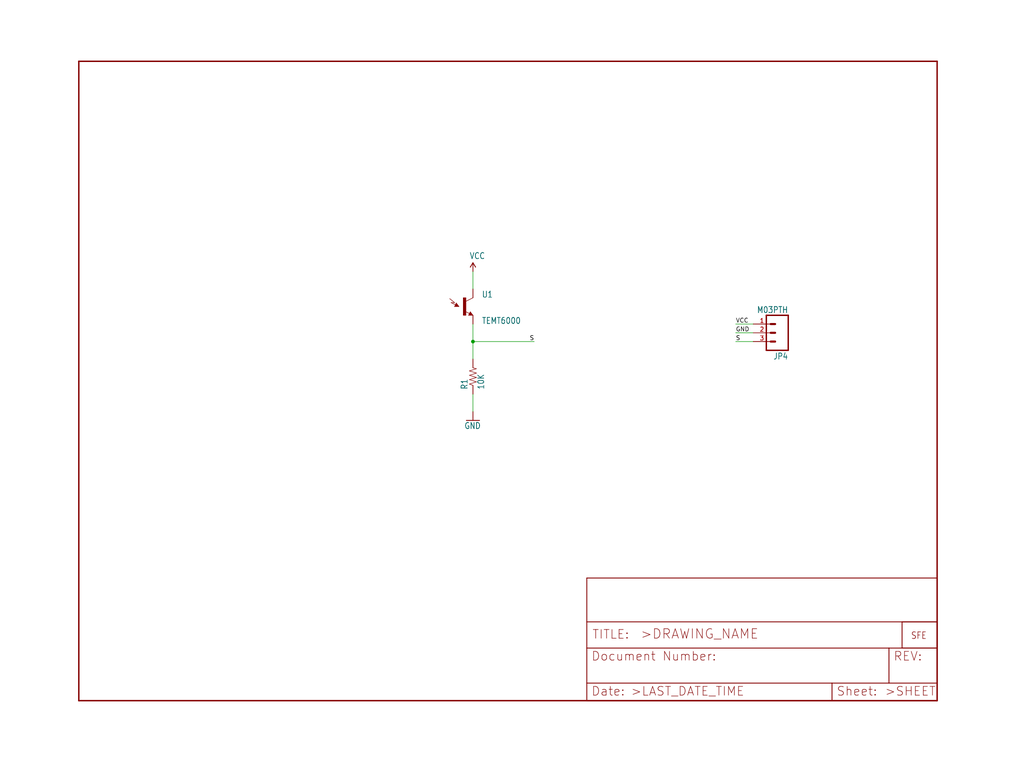
<source format=kicad_sch>
(kicad_sch (version 20211123) (generator eeschema)
  (paper "User" 297.002 223.926)
  (lib_symbols
    (symbol "schematicEagle-eagle-import:FRAME-LETTER"
      (symbol "FRAME-LETTER_1_0"
        (polyline (pts (xy 0 0) (xy 248.92 0)) (stroke (width 0.4064)))
        (polyline (pts (xy 0 185.42) (xy 0 0)) (stroke (width 0.4064)))
        (polyline (pts (xy 0 185.42) (xy 248.92 185.42)) (stroke (width 0.4064)))
        (polyline (pts (xy 248.92 185.42) (xy 248.92 0)) (stroke (width 0.4064)))
      )
      (symbol "FRAME-LETTER_2_0"
        (polyline (pts (xy 0 0) (xy 0 5.08)) (stroke (width 0.254)))
        (polyline (pts (xy 0 0) (xy 71.12 0)) (stroke (width 0.254)))
        (polyline (pts (xy 0 5.08) (xy 0 15.24)) (stroke (width 0.254)))
        (polyline (pts (xy 0 5.08) (xy 71.12 5.08)) (stroke (width 0.254)))
        (polyline (pts (xy 0 15.24) (xy 0 22.86)) (stroke (width 0.254)))
        (polyline (pts (xy 0 22.86) (xy 0 35.56)) (stroke (width 0.254)))
        (polyline (pts (xy 0 22.86) (xy 101.6 22.86)) (stroke (width 0.254)))
        (polyline (pts (xy 71.12 0) (xy 101.6 0)) (stroke (width 0.254)))
        (polyline (pts (xy 71.12 5.08) (xy 71.12 0)) (stroke (width 0.254)))
        (polyline (pts (xy 71.12 5.08) (xy 87.63 5.08)) (stroke (width 0.254)))
        (polyline (pts (xy 87.63 5.08) (xy 101.6 5.08)) (stroke (width 0.254)))
        (polyline (pts (xy 87.63 15.24) (xy 0 15.24)) (stroke (width 0.254)))
        (polyline (pts (xy 87.63 15.24) (xy 87.63 5.08)) (stroke (width 0.254)))
        (polyline (pts (xy 101.6 5.08) (xy 101.6 0)) (stroke (width 0.254)))
        (polyline (pts (xy 101.6 15.24) (xy 87.63 15.24)) (stroke (width 0.254)))
        (polyline (pts (xy 101.6 15.24) (xy 101.6 5.08)) (stroke (width 0.254)))
        (polyline (pts (xy 101.6 22.86) (xy 101.6 15.24)) (stroke (width 0.254)))
        (polyline (pts (xy 101.6 35.56) (xy 0 35.56)) (stroke (width 0.254)))
        (polyline (pts (xy 101.6 35.56) (xy 101.6 22.86)) (stroke (width 0.254)))
        (text ">DRAWING_NAME" (at 15.494 17.78 0) (effects (font (size 2.7432 2.7432)) (justify left bottom)))
        (text ">LAST_DATE_TIME" (at 12.7 1.27 0) (effects (font (size 2.54 2.54)) (justify left bottom)))
        (text ">SHEET" (at 86.36 1.27 0) (effects (font (size 2.54 2.54)) (justify left bottom)))
        (text "Date:" (at 1.27 1.27 0) (effects (font (size 2.54 2.54)) (justify left bottom)))
        (text "Document Number:" (at 1.27 11.43 0) (effects (font (size 2.54 2.54)) (justify left bottom)))
        (text "REV:" (at 88.9 11.43 0) (effects (font (size 2.54 2.54)) (justify left bottom)))
        (text "Sheet:" (at 72.39 1.27 0) (effects (font (size 2.54 2.54)) (justify left bottom)))
        (text "TITLE:" (at 1.524 17.78 0) (effects (font (size 2.54 2.54)) (justify left bottom)))
      )
    )
    (symbol "schematicEagle-eagle-import:GND" (power)
      (property "Value" "GND" (at -2.54 -2.54 0))
      (symbol "GND_1_0"
        (polyline (pts (xy -1.905 0) (xy 1.905 0)) (stroke (width 0.254)))
        (pin power_in line (at 0 2.54 270) (length 2.54) (name "GND") (number "1"))
      )
    )
    (symbol "schematicEagle-eagle-import:LOGO-SFESK"
      (symbol "LOGO-SFESK_1_0"
        (polyline (pts (xy -2.54 -2.54) (xy 7.62 -2.54)) (stroke (width 0.254)))
        (polyline (pts (xy -2.54 5.08) (xy -2.54 -2.54)) (stroke (width 0.254)))
        (polyline (pts (xy 7.62 -2.54) (xy 7.62 5.08)) (stroke (width 0.254)))
        (polyline (pts (xy 7.62 5.08) (xy -2.54 5.08)) (stroke (width 0.254)))
        (text "SFE" (at 0 0 0) (effects (font (size 1.9304 1.6408)) (justify left bottom)))
      )
    )
    (symbol "schematicEagle-eagle-import:M03PTH"
      (property "Reference" "JP" (at -2.54 5.842 0))
      (property "Value" "M03PTH" (at -2.54 -7.62 0))
      (symbol "M03PTH_1_0"
        (polyline (pts (xy -2.54 5.08) (xy -2.54 -5.08)) (stroke (width 0.4064)))
        (polyline (pts (xy -2.54 5.08) (xy 3.81 5.08)) (stroke (width 0.4064)))
        (polyline (pts (xy 1.27 -2.54) (xy 2.54 -2.54)) (stroke (width 0.6096)))
        (polyline (pts (xy 1.27 0) (xy 2.54 0)) (stroke (width 0.6096)))
        (polyline (pts (xy 1.27 2.54) (xy 2.54 2.54)) (stroke (width 0.6096)))
        (polyline (pts (xy 3.81 -5.08) (xy -2.54 -5.08)) (stroke (width 0.4064)))
        (polyline (pts (xy 3.81 -5.08) (xy 3.81 5.08)) (stroke (width 0.4064)))
        (pin passive line (at 7.62 -2.54 180) (length 5.08) (name "1") (number "1"))
        (pin passive line (at 7.62 0 180) (length 5.08) (name "2") (number "2"))
        (pin passive line (at 7.62 2.54 180) (length 5.08) (name "3") (number "3"))
      )
    )
    (symbol "schematicEagle-eagle-import:RESISTOR0402-RES"
      (property "Reference" "R" (at -3.81 1.4986 0))
      (property "Value" "RESISTOR0402-RES" (at -3.81 -3.302 0))
      (symbol "RESISTOR0402-RES_1_0"
        (polyline (pts (xy -2.54 0) (xy -2.159 1.016)) (stroke (width 0.1524)))
        (polyline (pts (xy -2.159 1.016) (xy -1.524 -1.016)) (stroke (width 0.1524)))
        (polyline (pts (xy -1.524 -1.016) (xy -0.889 1.016)) (stroke (width 0.1524)))
        (polyline (pts (xy -0.889 1.016) (xy -0.254 -1.016)) (stroke (width 0.1524)))
        (polyline (pts (xy -0.254 -1.016) (xy 0.381 1.016)) (stroke (width 0.1524)))
        (polyline (pts (xy 0.381 1.016) (xy 1.016 -1.016)) (stroke (width 0.1524)))
        (polyline (pts (xy 1.016 -1.016) (xy 1.651 1.016)) (stroke (width 0.1524)))
        (polyline (pts (xy 1.651 1.016) (xy 2.286 -1.016)) (stroke (width 0.1524)))
        (polyline (pts (xy 2.286 -1.016) (xy 2.54 0)) (stroke (width 0.1524)))
        (pin passive line (at -5.08 0 0) (length 2.54) (name "1") (number "1"))
        (pin passive line (at 5.08 0 180) (length 2.54) (name "2") (number "2"))
      )
    )
    (symbol "schematicEagle-eagle-import:TEMT6000"
      (property "Value" "TEMT6000" (at 5.08 -5.08 0))
      (symbol "TEMT6000_1_0"
        (rectangle (start -0.254 -2.54) (end 0.508 2.54) (fill (type outline)))
        (polyline (pts (xy -3.81 1.143) (xy -2.794 1.143)) (stroke (width 0.1524)))
        (polyline (pts (xy -2.794 0) (xy -2.286 1.016)) (stroke (width 0.1524)))
        (polyline (pts (xy -2.794 1.143) (xy -4.191 2.286)) (stroke (width 0.1524)))
        (polyline (pts (xy -2.54 0.127) (xy -1.778 0.127)) (stroke (width 0.254)))
        (polyline (pts (xy -2.54 0.254) (xy -2.159 0.254)) (stroke (width 0.254)))
        (polyline (pts (xy -2.524 0.5) (xy -3.756 1.116)) (stroke (width 0.1524)))
        (polyline (pts (xy -2.286 0.762) (xy -2.54 0.254)) (stroke (width 0.254)))
        (polyline (pts (xy -2.286 1.016) (xy -1.524 0)) (stroke (width 0.1524)))
        (polyline (pts (xy -2.159 0.254) (xy -2.286 0.508)) (stroke (width 0.254)))
        (polyline (pts (xy -1.778 0.127) (xy -2.286 0.762)) (stroke (width 0.254)))
        (polyline (pts (xy -1.524 0) (xy -2.794 0)) (stroke (width 0.1524)))
        (polyline (pts (xy 1.27 -2.54) (xy 1.778 -1.524)) (stroke (width 0.1524)))
        (polyline (pts (xy 1.524 -2.413) (xy 2.286 -2.413)) (stroke (width 0.254)))
        (polyline (pts (xy 1.524 -2.286) (xy 1.905 -2.286)) (stroke (width 0.254)))
        (polyline (pts (xy 1.54 -2.04) (xy 0.308 -1.424)) (stroke (width 0.1524)))
        (polyline (pts (xy 1.778 -1.778) (xy 1.524 -2.286)) (stroke (width 0.254)))
        (polyline (pts (xy 1.778 -1.524) (xy 2.54 -2.54)) (stroke (width 0.1524)))
        (polyline (pts (xy 1.905 -2.286) (xy 1.778 -2.032)) (stroke (width 0.254)))
        (polyline (pts (xy 2.286 -2.413) (xy 1.778 -1.778)) (stroke (width 0.254)))
        (polyline (pts (xy 2.54 -2.54) (xy 1.27 -2.54)) (stroke (width 0.1524)))
        (polyline (pts (xy 2.54 2.54) (xy 0.508 1.524)) (stroke (width 0.1524)))
        (pin passive line (at 2.54 5.08 270) (length 2.54) (name "C1") (number "COLLECTOR"))
        (pin passive line (at 2.54 -5.08 90) (length 2.54) (name "E1") (number "EMITTER"))
      )
    )
    (symbol "schematicEagle-eagle-import:VCC" (power)
      (property "Value" "VCC" (at -1.016 3.556 0))
      (symbol "VCC_1_0"
        (polyline (pts (xy 0 2.54) (xy -0.762 1.27)) (stroke (width 0.254)))
        (polyline (pts (xy 0.762 1.27) (xy 0 2.54)) (stroke (width 0.254)))
        (pin power_in line (at 0 0 90) (length 2.54) (name "VCC") (number "1"))
      )
    )
  )
  (junction (at 137.16 99.06))
  (wire (pts (xy 218.44 99.06) (xy 213.36 99.06)))
  (wire (pts (xy 218.44 96.52) (xy 213.36 96.52)))
  (wire (pts (xy 137.16 99.06) (xy 137.16 104.14)))
  (wire (pts (xy 137.16 114.3) (xy 137.16 119.38)))
  (wire (pts (xy 218.44 93.98) (xy 213.36 93.98)))
  (wire (pts (xy 137.16 93.98) (xy 137.16 99.06)))
  (wire (pts (xy 137.16 99.06) (xy 154.94 99.06)))
  (wire (pts (xy 137.16 78.74) (xy 137.16 83.82)))
  (label "VCC" (at 213.36 93.98 0) (effects (font (size 1.2446 1.2446))))
  (label "GND" (at 213.36 96.52 0) (effects (font (size 1.2446 1.2446))))
  (label "S" (at 213.36 99.06 0) (effects (font (size 1.2446 1.2446))))
  (label "S" (at 154.94 99.06 180) (effects (font (size 1.2446 1.2446))))
  (symbol (lib_id "schematicEagle-eagle-import:VCC") (at 137.16 78.74 0) (unit 1)
    (property "Reference" "#P+1" (effects hide))
    (property "Value" "VCC" (at 136.144 75.184 0) (effects (font (size 1.778 1.5113)) (justify left bottom)))
    (property "Footprint" "schematicEagle:" (effects hide))
  )
  (symbol (lib_id "schematicEagle-eagle-import:FRAME-LETTER") (at 170.18 203.2 0) (unit 2)
    (property "Reference" "#FRAME1" (effects hide))
    (property "Value" "FRAME-LETTER" (effects hide))
    (property "Footprint" "schematicEagle:" (effects hide))
  )
  (symbol (lib_id "schematicEagle-eagle-import:RESISTOR0402-RES") (at 137.16 109.22 90) (unit 1)
    (property "Reference" "R1" (at 135.6614 113.03 0) (effects (font (size 1.778 1.5113)) (justify left bottom)))
    (property "Value" "10K" (at 140.462 113.03 0) (effects (font (size 1.778 1.5113)) (justify left bottom)))
    (property "Footprint" "schematicEagle:0402-RES" (effects hide))
  )
  (symbol (lib_id "schematicEagle-eagle-import:M03PTH") (at 226.06 96.52 180) (unit 1)
    (property "Reference" "JP4" (at 228.6 102.362 0) (effects (font (size 1.778 1.5113)) (justify left bottom)))
    (property "Value" "M03PTH" (at 228.6 88.9 0) (effects (font (size 1.778 1.5113)) (justify left bottom)))
    (property "Footprint" "schematicEagle:1X03" (effects hide))
  )
  (symbol (lib_id "schematicEagle-eagle-import:TEMT6000") (at 134.62 88.9 0) (unit 1)
    (property "Reference" "U1" (at 139.7 86.36 0) (effects (font (size 1.778 1.5113)) (justify left bottom)))
    (property "Value" "TEMT6000" (at 139.7 93.98 0) (effects (font (size 1.778 1.5113)) (justify left bottom)))
    (property "Footprint" "schematicEagle:TEMT6000-SEN" (effects hide))
  )
  (symbol (lib_id "schematicEagle-eagle-import:LOGO-SFESK") (at 264.16 185.42 0) (unit 1)
    (property "Reference" "U$1" (effects hide))
    (property "Value" "LOGO-SFESK" (effects hide))
    (property "Footprint" "schematicEagle:SFE-LOGO-FLAME" (effects hide))
  )
  (symbol (lib_id "schematicEagle-eagle-import:GND") (at 137.16 121.92 0) (unit 1)
    (property "Reference" "#GND1" (effects hide))
    (property "Value" "GND" (at 134.62 124.46 0) (effects (font (size 1.778 1.5113)) (justify left bottom)))
    (property "Footprint" "schematicEagle:" (effects hide))
  )
  (symbol (lib_id "schematicEagle-eagle-import:FRAME-LETTER") (at 22.86 203.2 0) (unit 1)
    (property "Reference" "#FRAME1" (effects hide))
    (property "Value" "FRAME-LETTER" (effects hide))
    (property "Footprint" "schematicEagle:" (effects hide))
  )
)
</source>
